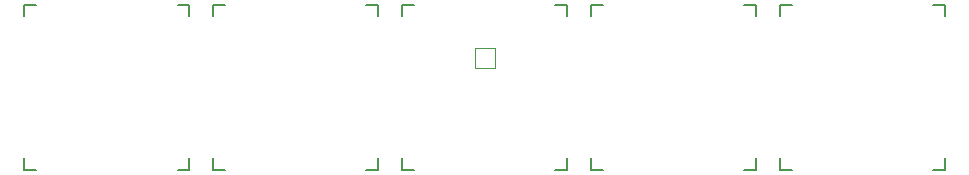
<source format=gbr>
%TF.GenerationSoftware,KiCad,Pcbnew,9.0.1*%
%TF.CreationDate,2025-04-18T20:51:15-05:00*%
%TF.ProjectId,utility_board,7574696c-6974-4795-9f62-6f6172642e6b,v1.0.0*%
%TF.SameCoordinates,Original*%
%TF.FileFunction,Legend,Top*%
%TF.FilePolarity,Positive*%
%FSLAX46Y46*%
G04 Gerber Fmt 4.6, Leading zero omitted, Abs format (unit mm)*
G04 Created by KiCad (PCBNEW 9.0.1) date 2025-04-18 20:51:15*
%MOMM*%
%LPD*%
G01*
G04 APERTURE LIST*
%ADD10C,0.150000*%
%ADD11C,0.100000*%
G04 APERTURE END LIST*
D10*
%TO.C,S1*%
X103000000Y-184000000D02*
X103000000Y-183000000D01*
X103000000Y-197000000D02*
X104000000Y-197000000D01*
X104000000Y-183000000D02*
X103000000Y-183000000D01*
X103000000Y-197000000D02*
X103000000Y-196000000D01*
X117000000Y-196000000D02*
X117000000Y-197000000D01*
X117000000Y-183000000D02*
X116000000Y-183000000D01*
X116000000Y-197000000D02*
X117000000Y-197000000D01*
X117000000Y-183000000D02*
X117000000Y-184000000D01*
%TO.C,S2*%
X119000000Y-184000000D02*
X119000000Y-183000000D01*
X119000000Y-197000000D02*
X120000000Y-197000000D01*
X120000000Y-183000000D02*
X119000000Y-183000000D01*
X119000000Y-197000000D02*
X119000000Y-196000000D01*
X133000000Y-196000000D02*
X133000000Y-197000000D01*
X133000000Y-183000000D02*
X132000000Y-183000000D01*
X132000000Y-197000000D02*
X133000000Y-197000000D01*
X133000000Y-183000000D02*
X133000000Y-184000000D01*
%TO.C,S3*%
X135000000Y-184000000D02*
X135000000Y-183000000D01*
X135000000Y-197000000D02*
X136000000Y-197000000D01*
X136000000Y-183000000D02*
X135000000Y-183000000D01*
X135000000Y-197000000D02*
X135000000Y-196000000D01*
X149000000Y-196000000D02*
X149000000Y-197000000D01*
X149000000Y-183000000D02*
X148000000Y-183000000D01*
X148000000Y-197000000D02*
X149000000Y-197000000D01*
X149000000Y-183000000D02*
X149000000Y-184000000D01*
%TO.C,S4*%
X151000000Y-184000000D02*
X151000000Y-183000000D01*
X151000000Y-197000000D02*
X152000000Y-197000000D01*
X152000000Y-183000000D02*
X151000000Y-183000000D01*
X151000000Y-197000000D02*
X151000000Y-196000000D01*
X165000000Y-196000000D02*
X165000000Y-197000000D01*
X165000000Y-183000000D02*
X164000000Y-183000000D01*
X164000000Y-197000000D02*
X165000000Y-197000000D01*
X165000000Y-183000000D02*
X165000000Y-184000000D01*
%TO.C,S5*%
X167000000Y-184000000D02*
X167000000Y-183000000D01*
X167000000Y-197000000D02*
X168000000Y-197000000D01*
X168000000Y-183000000D02*
X167000000Y-183000000D01*
X167000000Y-197000000D02*
X167000000Y-196000000D01*
X181000000Y-196000000D02*
X181000000Y-197000000D01*
X181000000Y-183000000D02*
X180000000Y-183000000D01*
X180000000Y-197000000D02*
X181000000Y-197000000D01*
X181000000Y-183000000D02*
X181000000Y-184000000D01*
%TO.C,D1*%
D11*
X142850000Y-188350000D02*
X141150000Y-188350000D01*
X141150000Y-186650000D01*
X142850000Y-186650000D01*
X142850000Y-188350000D01*
%TD*%
M02*

</source>
